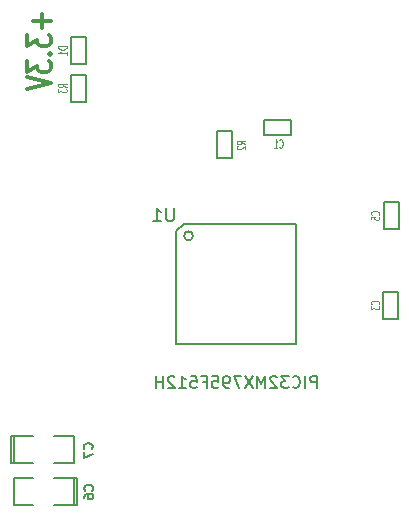
<source format=gbo>
G04 #@! TF.FileFunction,Legend,Bot*
%FSLAX46Y46*%
G04 Gerber Fmt 4.6, Leading zero omitted, Abs format (unit mm)*
G04 Created by KiCad (PCBNEW 4.0.7) date 02/13/18 20:48:28*
%MOMM*%
%LPD*%
G01*
G04 APERTURE LIST*
%ADD10C,0.150000*%
%ADD11C,0.304800*%
%ADD12C,0.127000*%
%ADD13C,0.203200*%
%ADD14C,0.114300*%
%ADD15C,0.152400*%
G04 APERTURE END LIST*
D10*
D11*
X113937143Y-45847000D02*
X113937143Y-47008143D01*
X114711238Y-46427572D02*
X113163048Y-46427572D01*
X112679238Y-47588714D02*
X112679238Y-48532143D01*
X113453333Y-48024143D01*
X113453333Y-48241857D01*
X113550095Y-48387000D01*
X113646857Y-48459571D01*
X113840381Y-48532143D01*
X114324190Y-48532143D01*
X114517714Y-48459571D01*
X114614476Y-48387000D01*
X114711238Y-48241857D01*
X114711238Y-47806429D01*
X114614476Y-47661286D01*
X114517714Y-47588714D01*
X114517714Y-49185286D02*
X114614476Y-49257858D01*
X114711238Y-49185286D01*
X114614476Y-49112715D01*
X114517714Y-49185286D01*
X114711238Y-49185286D01*
X112679238Y-49765857D02*
X112679238Y-50709286D01*
X113453333Y-50201286D01*
X113453333Y-50419000D01*
X113550095Y-50564143D01*
X113646857Y-50636714D01*
X113840381Y-50709286D01*
X114324190Y-50709286D01*
X114517714Y-50636714D01*
X114614476Y-50564143D01*
X114711238Y-50419000D01*
X114711238Y-49983572D01*
X114614476Y-49838429D01*
X114517714Y-49765857D01*
X112679238Y-51144715D02*
X114711238Y-51652715D01*
X112679238Y-52160715D01*
D12*
X142875000Y-61722000D02*
X142875000Y-64008000D01*
X142875000Y-64008000D02*
X144145000Y-64008000D01*
X144145000Y-64008000D02*
X144145000Y-61722000D01*
X144145000Y-61722000D02*
X142875000Y-61722000D01*
X116332000Y-47752000D02*
X116332000Y-50038000D01*
X116332000Y-50038000D02*
X117602000Y-50038000D01*
X117602000Y-50038000D02*
X117602000Y-47752000D01*
X117602000Y-47752000D02*
X116332000Y-47752000D01*
X144018000Y-71628000D02*
X144018000Y-69342000D01*
X144018000Y-69342000D02*
X142748000Y-69342000D01*
X142748000Y-69342000D02*
X142748000Y-71628000D01*
X142748000Y-71628000D02*
X144018000Y-71628000D01*
X135001000Y-54800500D02*
X132715000Y-54800500D01*
X132715000Y-54800500D02*
X132715000Y-56070500D01*
X132715000Y-56070500D02*
X135001000Y-56070500D01*
X135001000Y-56070500D02*
X135001000Y-54800500D01*
X129984500Y-57975500D02*
X129984500Y-55689500D01*
X129984500Y-55689500D02*
X128714500Y-55689500D01*
X128714500Y-55689500D02*
X128714500Y-57975500D01*
X128714500Y-57975500D02*
X129984500Y-57975500D01*
X116332000Y-50990500D02*
X116332000Y-53276500D01*
X116332000Y-53276500D02*
X117602000Y-53276500D01*
X117602000Y-53276500D02*
X117602000Y-50990500D01*
X117602000Y-50990500D02*
X116332000Y-50990500D01*
X111506000Y-83820000D02*
X111252000Y-83820000D01*
X111252000Y-83820000D02*
X111252000Y-81534000D01*
X111252000Y-81534000D02*
X111506000Y-81534000D01*
X111506000Y-83820000D02*
X111506000Y-81534000D01*
X111506000Y-81534000D02*
X113157000Y-81534000D01*
X114935000Y-83820000D02*
X116586000Y-83820000D01*
X116586000Y-83820000D02*
X116586000Y-81534000D01*
X116586000Y-81534000D02*
X114935000Y-81534000D01*
X113157000Y-83820000D02*
X111506000Y-83820000D01*
X116586000Y-85090000D02*
X116840000Y-85090000D01*
X116840000Y-85090000D02*
X116840000Y-87376000D01*
X116840000Y-87376000D02*
X116586000Y-87376000D01*
X116586000Y-85090000D02*
X116586000Y-87376000D01*
X116586000Y-87376000D02*
X114935000Y-87376000D01*
X113157000Y-85090000D02*
X111506000Y-85090000D01*
X111506000Y-85090000D02*
X111506000Y-87376000D01*
X111506000Y-87376000D02*
X113157000Y-87376000D01*
X114935000Y-85090000D02*
X116586000Y-85090000D01*
D13*
X126700280Y-64597280D02*
G75*
G03X126700280Y-64597280I-381000J0D01*
G01*
X135463280Y-73741280D02*
X125303280Y-73741280D01*
X125303280Y-73741280D02*
X125303280Y-64216280D01*
X125303280Y-64216280D02*
X125938280Y-63581280D01*
X125938280Y-63581280D02*
X135463280Y-63581280D01*
X135463280Y-63581280D02*
X135463280Y-73741280D01*
D14*
X142417800Y-62788800D02*
X142451667Y-62767029D01*
X142485533Y-62701715D01*
X142485533Y-62658172D01*
X142451667Y-62592857D01*
X142383933Y-62549315D01*
X142316200Y-62527543D01*
X142180733Y-62505772D01*
X142079133Y-62505772D01*
X141943667Y-62527543D01*
X141875933Y-62549315D01*
X141808200Y-62592857D01*
X141774333Y-62658172D01*
X141774333Y-62701715D01*
X141808200Y-62767029D01*
X141842067Y-62788800D01*
X141774333Y-63202457D02*
X141774333Y-62984743D01*
X142113000Y-62962972D01*
X142079133Y-62984743D01*
X142045267Y-63028286D01*
X142045267Y-63137143D01*
X142079133Y-63180686D01*
X142113000Y-63202457D01*
X142180733Y-63224229D01*
X142350067Y-63224229D01*
X142417800Y-63202457D01*
X142451667Y-63180686D01*
X142485533Y-63137143D01*
X142485533Y-63028286D01*
X142451667Y-62984743D01*
X142417800Y-62962972D01*
X115993333Y-48557543D02*
X115282133Y-48557543D01*
X115282133Y-48666400D01*
X115316000Y-48731715D01*
X115383733Y-48775257D01*
X115451467Y-48797029D01*
X115586933Y-48818800D01*
X115688533Y-48818800D01*
X115824000Y-48797029D01*
X115891733Y-48775257D01*
X115959467Y-48731715D01*
X115993333Y-48666400D01*
X115993333Y-48557543D01*
X115993333Y-49254229D02*
X115993333Y-48992972D01*
X115993333Y-49123600D02*
X115282133Y-49123600D01*
X115383733Y-49080057D01*
X115451467Y-49036515D01*
X115485333Y-48992972D01*
X142417800Y-70383400D02*
X142451667Y-70361629D01*
X142485533Y-70296315D01*
X142485533Y-70252772D01*
X142451667Y-70187457D01*
X142383933Y-70143915D01*
X142316200Y-70122143D01*
X142180733Y-70100372D01*
X142079133Y-70100372D01*
X141943667Y-70122143D01*
X141875933Y-70143915D01*
X141808200Y-70187457D01*
X141774333Y-70252772D01*
X141774333Y-70296315D01*
X141808200Y-70361629D01*
X141842067Y-70383400D01*
X141774333Y-70535800D02*
X141774333Y-70818829D01*
X142045267Y-70666429D01*
X142045267Y-70731743D01*
X142079133Y-70775286D01*
X142113000Y-70797057D01*
X142180733Y-70818829D01*
X142350067Y-70818829D01*
X142417800Y-70797057D01*
X142451667Y-70775286D01*
X142485533Y-70731743D01*
X142485533Y-70601115D01*
X142451667Y-70557572D01*
X142417800Y-70535800D01*
X134010400Y-57073800D02*
X134032171Y-57107667D01*
X134097485Y-57141533D01*
X134141028Y-57141533D01*
X134206343Y-57107667D01*
X134249885Y-57039933D01*
X134271657Y-56972200D01*
X134293428Y-56836733D01*
X134293428Y-56735133D01*
X134271657Y-56599667D01*
X134249885Y-56531933D01*
X134206343Y-56464200D01*
X134141028Y-56430333D01*
X134097485Y-56430333D01*
X134032171Y-56464200D01*
X134010400Y-56498067D01*
X133574971Y-57141533D02*
X133836228Y-57141533D01*
X133705600Y-57141533D02*
X133705600Y-56430333D01*
X133749143Y-56531933D01*
X133792685Y-56599667D01*
X133836228Y-56633533D01*
X131131733Y-56819800D02*
X130793067Y-56667400D01*
X131131733Y-56558543D02*
X130420533Y-56558543D01*
X130420533Y-56732715D01*
X130454400Y-56776257D01*
X130488267Y-56798029D01*
X130556000Y-56819800D01*
X130657600Y-56819800D01*
X130725333Y-56798029D01*
X130759200Y-56776257D01*
X130793067Y-56732715D01*
X130793067Y-56558543D01*
X130488267Y-56993972D02*
X130454400Y-57015743D01*
X130420533Y-57059286D01*
X130420533Y-57168143D01*
X130454400Y-57211686D01*
X130488267Y-57233457D01*
X130556000Y-57255229D01*
X130623733Y-57255229D01*
X130725333Y-57233457D01*
X131131733Y-56972200D01*
X131131733Y-57255229D01*
X115993333Y-52019200D02*
X115654667Y-51866800D01*
X115993333Y-51757943D02*
X115282133Y-51757943D01*
X115282133Y-51932115D01*
X115316000Y-51975657D01*
X115349867Y-51997429D01*
X115417600Y-52019200D01*
X115519200Y-52019200D01*
X115586933Y-51997429D01*
X115620800Y-51975657D01*
X115654667Y-51932115D01*
X115654667Y-51757943D01*
X115282133Y-52171600D02*
X115282133Y-52454629D01*
X115553067Y-52302229D01*
X115553067Y-52367543D01*
X115586933Y-52411086D01*
X115620800Y-52432857D01*
X115688533Y-52454629D01*
X115857867Y-52454629D01*
X115925600Y-52432857D01*
X115959467Y-52411086D01*
X115993333Y-52367543D01*
X115993333Y-52236915D01*
X115959467Y-52193372D01*
X115925600Y-52171600D01*
D12*
X118128143Y-82626200D02*
X118164429Y-82589914D01*
X118200714Y-82481057D01*
X118200714Y-82408486D01*
X118164429Y-82299629D01*
X118091857Y-82227057D01*
X118019286Y-82190772D01*
X117874143Y-82154486D01*
X117765286Y-82154486D01*
X117620143Y-82190772D01*
X117547571Y-82227057D01*
X117475000Y-82299629D01*
X117438714Y-82408486D01*
X117438714Y-82481057D01*
X117475000Y-82589914D01*
X117511286Y-82626200D01*
X117438714Y-82880200D02*
X117438714Y-83388200D01*
X118200714Y-83061629D01*
X118178943Y-86156800D02*
X118215229Y-86120514D01*
X118251514Y-86011657D01*
X118251514Y-85939086D01*
X118215229Y-85830229D01*
X118142657Y-85757657D01*
X118070086Y-85721372D01*
X117924943Y-85685086D01*
X117816086Y-85685086D01*
X117670943Y-85721372D01*
X117598371Y-85757657D01*
X117525800Y-85830229D01*
X117489514Y-85939086D01*
X117489514Y-86011657D01*
X117525800Y-86120514D01*
X117562086Y-86156800D01*
X117489514Y-86809943D02*
X117489514Y-86664800D01*
X117525800Y-86592229D01*
X117562086Y-86555943D01*
X117670943Y-86483372D01*
X117816086Y-86447086D01*
X118106371Y-86447086D01*
X118178943Y-86483372D01*
X118215229Y-86519657D01*
X118251514Y-86592229D01*
X118251514Y-86737372D01*
X118215229Y-86809943D01*
X118178943Y-86846229D01*
X118106371Y-86882514D01*
X117924943Y-86882514D01*
X117852371Y-86846229D01*
X117816086Y-86809943D01*
X117779800Y-86737372D01*
X117779800Y-86592229D01*
X117816086Y-86519657D01*
X117852371Y-86483372D01*
X117924943Y-86447086D01*
X125069358Y-62262718D02*
X125069358Y-63153048D01*
X125016986Y-63257793D01*
X124964613Y-63310165D01*
X124859869Y-63362538D01*
X124650379Y-63362538D01*
X124545634Y-63310165D01*
X124493262Y-63257793D01*
X124440890Y-63153048D01*
X124440890Y-62262718D01*
X123341070Y-63362538D02*
X123969538Y-63362538D01*
X123655304Y-63362538D02*
X123655304Y-62262718D01*
X123760049Y-62419835D01*
X123864794Y-62524580D01*
X123969538Y-62576952D01*
D15*
X137192900Y-77465525D02*
X137192900Y-76464765D01*
X136811658Y-76464765D01*
X136716347Y-76512420D01*
X136668692Y-76560075D01*
X136621037Y-76655386D01*
X136621037Y-76798351D01*
X136668692Y-76893662D01*
X136716347Y-76941317D01*
X136811658Y-76988972D01*
X137192900Y-76988972D01*
X136192140Y-77465525D02*
X136192140Y-76464765D01*
X135143725Y-77370214D02*
X135191380Y-77417870D01*
X135334346Y-77465525D01*
X135429656Y-77465525D01*
X135572622Y-77417870D01*
X135667933Y-77322559D01*
X135715588Y-77227249D01*
X135763243Y-77036628D01*
X135763243Y-76893662D01*
X135715588Y-76703041D01*
X135667933Y-76607730D01*
X135572622Y-76512420D01*
X135429656Y-76464765D01*
X135334346Y-76464765D01*
X135191380Y-76512420D01*
X135143725Y-76560075D01*
X134810138Y-76464765D02*
X134190620Y-76464765D01*
X134524207Y-76846007D01*
X134381241Y-76846007D01*
X134285931Y-76893662D01*
X134238275Y-76941317D01*
X134190620Y-77036628D01*
X134190620Y-77274904D01*
X134238275Y-77370214D01*
X134285931Y-77417870D01*
X134381241Y-77465525D01*
X134667173Y-77465525D01*
X134762483Y-77417870D01*
X134810138Y-77370214D01*
X133809378Y-76560075D02*
X133761723Y-76512420D01*
X133666412Y-76464765D01*
X133428136Y-76464765D01*
X133332826Y-76512420D01*
X133285170Y-76560075D01*
X133237515Y-76655386D01*
X133237515Y-76750696D01*
X133285170Y-76893662D01*
X133857033Y-77465525D01*
X133237515Y-77465525D01*
X132808618Y-77465525D02*
X132808618Y-76464765D01*
X132475031Y-77179593D01*
X132141444Y-76464765D01*
X132141444Y-77465525D01*
X131760202Y-76464765D02*
X131093029Y-77465525D01*
X131093029Y-76464765D02*
X131760202Y-77465525D01*
X130807097Y-76464765D02*
X130139924Y-76464765D01*
X130568821Y-77465525D01*
X129711027Y-77465525D02*
X129520406Y-77465525D01*
X129425095Y-77417870D01*
X129377440Y-77370214D01*
X129282129Y-77227249D01*
X129234474Y-77036628D01*
X129234474Y-76655386D01*
X129282129Y-76560075D01*
X129329785Y-76512420D01*
X129425095Y-76464765D01*
X129615716Y-76464765D01*
X129711027Y-76512420D01*
X129758682Y-76560075D01*
X129806337Y-76655386D01*
X129806337Y-76893662D01*
X129758682Y-76988972D01*
X129711027Y-77036628D01*
X129615716Y-77084283D01*
X129425095Y-77084283D01*
X129329785Y-77036628D01*
X129282129Y-76988972D01*
X129234474Y-76893662D01*
X128329024Y-76464765D02*
X128805577Y-76464765D01*
X128853232Y-76941317D01*
X128805577Y-76893662D01*
X128710266Y-76846007D01*
X128471990Y-76846007D01*
X128376680Y-76893662D01*
X128329024Y-76941317D01*
X128281369Y-77036628D01*
X128281369Y-77274904D01*
X128329024Y-77370214D01*
X128376680Y-77417870D01*
X128471990Y-77465525D01*
X128710266Y-77465525D01*
X128805577Y-77417870D01*
X128853232Y-77370214D01*
X127518885Y-76941317D02*
X127852472Y-76941317D01*
X127852472Y-77465525D02*
X127852472Y-76464765D01*
X127375919Y-76464765D01*
X126518125Y-76464765D02*
X126994678Y-76464765D01*
X127042333Y-76941317D01*
X126994678Y-76893662D01*
X126899367Y-76846007D01*
X126661091Y-76846007D01*
X126565781Y-76893662D01*
X126518125Y-76941317D01*
X126470470Y-77036628D01*
X126470470Y-77274904D01*
X126518125Y-77370214D01*
X126565781Y-77417870D01*
X126661091Y-77465525D01*
X126899367Y-77465525D01*
X126994678Y-77417870D01*
X127042333Y-77370214D01*
X125517365Y-77465525D02*
X126089228Y-77465525D01*
X125803297Y-77465525D02*
X125803297Y-76464765D01*
X125898607Y-76607730D01*
X125993918Y-76703041D01*
X126089228Y-76750696D01*
X125136123Y-76560075D02*
X125088468Y-76512420D01*
X124993157Y-76464765D01*
X124754881Y-76464765D01*
X124659571Y-76512420D01*
X124611915Y-76560075D01*
X124564260Y-76655386D01*
X124564260Y-76750696D01*
X124611915Y-76893662D01*
X125183778Y-77465525D01*
X124564260Y-77465525D01*
X124135363Y-77465525D02*
X124135363Y-76464765D01*
X124135363Y-76941317D02*
X123563500Y-76941317D01*
X123563500Y-77465525D02*
X123563500Y-76464765D01*
M02*

</source>
